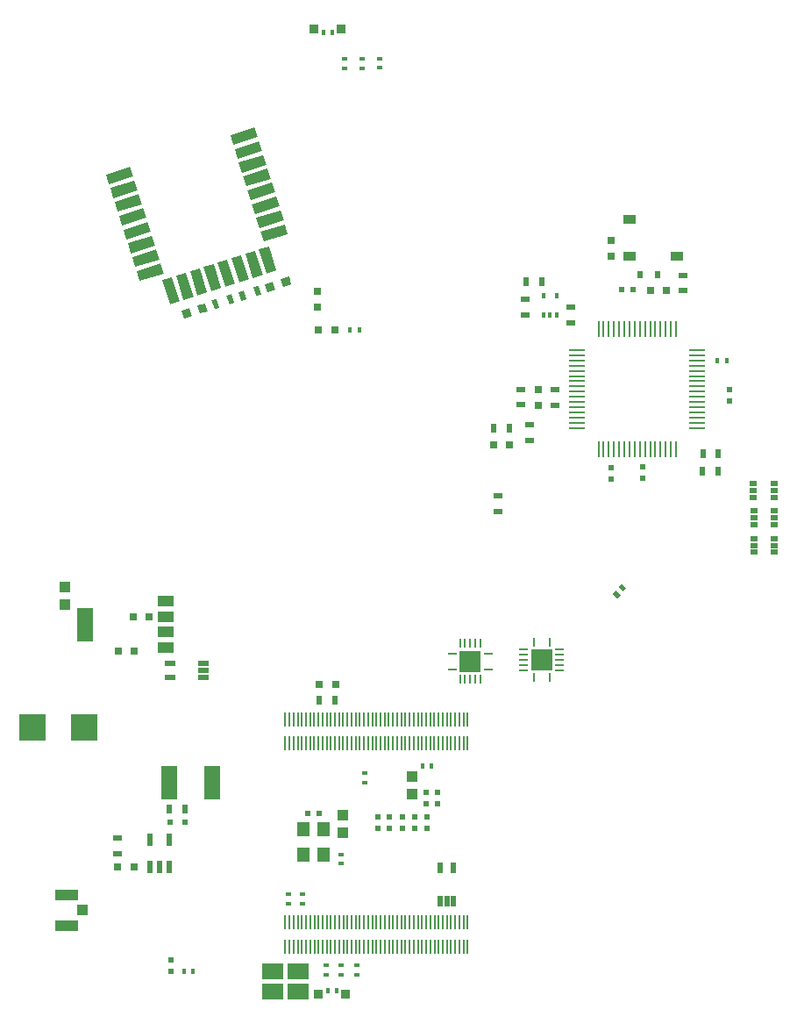
<source format=gbr>
G04 #@! TF.FileFunction,Paste,Top*
%FSLAX46Y46*%
G04 Gerber Fmt 4.6, Leading zero omitted, Abs format (unit mm)*
G04 Created by KiCad (PCBNEW 4.0.4-stable) date 02/27/17 08:30:15*
%MOMM*%
%LPD*%
G01*
G04 APERTURE LIST*
%ADD10C,0.100000*%
%ADD11R,0.800100X0.500380*%
%ADD12R,0.900000X0.500000*%
%ADD13R,1.498600X0.279400*%
%ADD14R,0.279400X1.498600*%
%ADD15R,0.500000X0.900000*%
%ADD16R,0.500000X1.000000*%
%ADD17R,0.850000X0.280000*%
%ADD18R,0.280000X0.850000*%
%ADD19R,2.050000X2.050000*%
%ADD20R,1.200000X1.400000*%
%ADD21R,0.600000X0.400000*%
%ADD22R,0.600000X0.500000*%
%ADD23R,0.800000X0.750000*%
%ADD24R,0.750000X0.800000*%
%ADD25R,0.800000X0.800000*%
%ADD26R,0.600000X0.550000*%
%ADD27R,1.500000X3.200000*%
%ADD28R,1.500000X1.000000*%
%ADD29R,1.500000X3.300000*%
%ADD30R,0.548640X1.198880*%
%ADD31R,0.420000X0.600000*%
%ADD32R,0.600000X0.800000*%
%ADD33R,1.200000X0.900000*%
%ADD34R,0.998220X1.099820*%
%ADD35R,0.200000X1.440000*%
%ADD36R,1.000000X0.500000*%
%ADD37R,0.500000X0.600000*%
%ADD38R,0.400000X0.600000*%
%ADD39R,2.200000X1.050000*%
%ADD40R,1.050000X1.000000*%
%ADD41R,0.850000X0.900000*%
%ADD42R,0.450000X0.500000*%
%ADD43R,2.550000X2.500000*%
%ADD44R,2.040000X1.540000*%
G04 APERTURE END LIST*
D10*
D11*
X189749240Y-104949760D03*
X191750760Y-105600000D03*
X189749240Y-106250240D03*
X189749240Y-105600000D03*
X191750760Y-106250240D03*
X191750760Y-104949760D03*
D10*
G36*
X142441767Y-78974849D02*
X142141061Y-78021132D01*
X144477667Y-77284403D01*
X144778373Y-78238120D01*
X142441767Y-78974849D01*
X142441767Y-78974849D01*
G37*
G36*
X133364481Y-85003464D02*
X132627752Y-82666858D01*
X133581469Y-82366152D01*
X134318198Y-84702758D01*
X133364481Y-85003464D01*
X133364481Y-85003464D01*
G37*
G36*
X127487554Y-73414309D02*
X127186848Y-72460592D01*
X129523454Y-71723863D01*
X129824160Y-72677580D01*
X127487554Y-73414309D01*
X127487554Y-73414309D01*
G37*
G36*
X127908542Y-74749513D02*
X127607836Y-73795796D01*
X129944442Y-73059067D01*
X130245148Y-74012784D01*
X127908542Y-74749513D01*
X127908542Y-74749513D01*
G37*
G36*
X128329530Y-76084716D02*
X128028824Y-75130999D01*
X130365430Y-74394270D01*
X130666136Y-75347987D01*
X128329530Y-76084716D01*
X128329530Y-76084716D01*
G37*
G36*
X128750518Y-77419920D02*
X128449812Y-76466203D01*
X130786418Y-75729474D01*
X131087124Y-76683191D01*
X128750518Y-77419920D01*
X128750518Y-77419920D01*
G37*
G36*
X129171506Y-78755124D02*
X128870800Y-77801407D01*
X131207406Y-77064678D01*
X131508112Y-78018395D01*
X129171506Y-78755124D01*
X129171506Y-78755124D01*
G37*
G36*
X129592494Y-80090327D02*
X129291788Y-79136610D01*
X131628394Y-78399881D01*
X131929100Y-79353598D01*
X129592494Y-80090327D01*
X129592494Y-80090327D01*
G37*
G36*
X130013482Y-81425531D02*
X129712776Y-80471814D01*
X132049382Y-79735085D01*
X132350088Y-80688802D01*
X130013482Y-81425531D01*
X130013482Y-81425531D01*
G37*
G36*
X130434470Y-82760735D02*
X130133764Y-81807018D01*
X132470370Y-81070289D01*
X132771076Y-82024006D01*
X130434470Y-82760735D01*
X130434470Y-82760735D01*
G37*
G36*
X134699685Y-84582476D02*
X133962956Y-82245870D01*
X134916673Y-81945164D01*
X135653402Y-84281770D01*
X134699685Y-84582476D01*
X134699685Y-84582476D01*
G37*
G36*
X136034889Y-84161488D02*
X135298160Y-81824882D01*
X136251877Y-81524176D01*
X136988606Y-83860782D01*
X136034889Y-84161488D01*
X136034889Y-84161488D01*
G37*
G36*
X137370093Y-83740499D02*
X136633364Y-81403893D01*
X137587081Y-81103187D01*
X138323810Y-83439793D01*
X137370093Y-83740499D01*
X137370093Y-83740499D01*
G37*
G36*
X138705296Y-83319511D02*
X137968567Y-80982905D01*
X138922284Y-80682199D01*
X139659013Y-83018805D01*
X138705296Y-83319511D01*
X138705296Y-83319511D01*
G37*
G36*
X140040500Y-82898523D02*
X139303771Y-80561917D01*
X140257488Y-80261211D01*
X140994217Y-82597817D01*
X140040500Y-82898523D01*
X140040500Y-82898523D01*
G37*
G36*
X141375704Y-82477535D02*
X140638975Y-80140929D01*
X141592692Y-79840223D01*
X142329421Y-82176829D01*
X141375704Y-82477535D01*
X141375704Y-82477535D01*
G37*
G36*
X142710908Y-82056547D02*
X141974179Y-79719941D01*
X142927896Y-79419235D01*
X143664625Y-81755841D01*
X142710908Y-82056547D01*
X142710908Y-82056547D01*
G37*
G36*
X142020779Y-77639645D02*
X141720073Y-76685928D01*
X144056679Y-75949199D01*
X144357385Y-76902916D01*
X142020779Y-77639645D01*
X142020779Y-77639645D01*
G37*
G36*
X141599791Y-76304441D02*
X141299085Y-75350724D01*
X143635691Y-74613995D01*
X143936397Y-75567712D01*
X141599791Y-76304441D01*
X141599791Y-76304441D01*
G37*
G36*
X141178803Y-74969238D02*
X140878097Y-74015521D01*
X143214703Y-73278792D01*
X143515409Y-74232509D01*
X141178803Y-74969238D01*
X141178803Y-74969238D01*
G37*
G36*
X140757814Y-73634034D02*
X140457108Y-72680317D01*
X142793714Y-71943588D01*
X143094420Y-72897305D01*
X140757814Y-73634034D01*
X140757814Y-73634034D01*
G37*
G36*
X140336826Y-72298830D02*
X140036120Y-71345113D01*
X142372726Y-70608384D01*
X142673432Y-71562101D01*
X140336826Y-72298830D01*
X140336826Y-72298830D01*
G37*
G36*
X139915838Y-70963627D02*
X139615132Y-70009910D01*
X141951738Y-69273181D01*
X142252444Y-70226898D01*
X139915838Y-70963627D01*
X139915838Y-70963627D01*
G37*
G36*
X139494850Y-69628423D02*
X139194144Y-68674706D01*
X141530750Y-67937977D01*
X141831456Y-68891694D01*
X139494850Y-69628423D01*
X139494850Y-69628423D01*
G37*
G36*
X137680312Y-85490549D02*
X137409677Y-84632204D01*
X137886536Y-84481851D01*
X138157171Y-85340196D01*
X137680312Y-85490549D01*
X137680312Y-85490549D01*
G37*
G36*
X139110888Y-85039491D02*
X138840253Y-84181146D01*
X139317112Y-84030793D01*
X139587747Y-84889138D01*
X139110888Y-85039491D01*
X139110888Y-85039491D01*
G37*
D12*
X182925000Y-83700000D03*
X182925000Y-82200000D03*
D13*
X172702220Y-89433400D03*
X172702220Y-89933780D03*
X172702220Y-90434160D03*
X172702220Y-90934540D03*
X172702220Y-91434920D03*
X172702220Y-91932760D03*
X172702220Y-92433140D03*
X172702220Y-92933520D03*
X172702220Y-93431360D03*
X172702220Y-93931740D03*
X172702220Y-94432120D03*
X172702220Y-94929960D03*
X172702220Y-95430340D03*
X172702220Y-95930720D03*
X172702220Y-96431100D03*
X172702220Y-96931480D03*
D14*
X174752000Y-98981260D03*
X175252380Y-98981260D03*
X175752760Y-98981260D03*
X176253140Y-98981260D03*
X176753520Y-98981260D03*
X177251360Y-98981260D03*
X177751740Y-98981260D03*
X178252120Y-98981260D03*
X178749960Y-98981260D03*
X179250340Y-98981260D03*
X179750720Y-98981260D03*
X180248560Y-98981260D03*
X180748940Y-98981260D03*
X181249320Y-98981260D03*
X181749700Y-98981260D03*
X182250080Y-98981260D03*
D13*
X184299860Y-96931480D03*
X184299860Y-96431100D03*
X184299860Y-95930720D03*
X184299860Y-95430340D03*
X184299860Y-94929960D03*
X184299860Y-94432120D03*
X184299860Y-93931740D03*
X184299860Y-93431360D03*
X184299860Y-92933520D03*
X184299860Y-92433140D03*
X184299860Y-91932760D03*
X184299860Y-91434920D03*
X184299860Y-90934540D03*
X184299860Y-90434160D03*
X184299860Y-89933780D03*
X184299860Y-89433400D03*
D14*
X182250080Y-87383620D03*
X181749700Y-87383620D03*
X181249320Y-87383620D03*
X180748940Y-87383620D03*
X180248560Y-87383620D03*
X179750720Y-87383620D03*
X179250340Y-87383620D03*
X178749960Y-87383620D03*
X178252120Y-87383620D03*
X177751740Y-87383620D03*
X177251360Y-87383620D03*
X176753520Y-87383620D03*
X176253140Y-87383620D03*
X175752760Y-87383620D03*
X175252380Y-87383620D03*
X174752000Y-87383620D03*
D15*
X167775000Y-82850000D03*
X169275000Y-82850000D03*
D16*
X159475000Y-142600000D03*
X160125000Y-142600000D03*
X160775000Y-142600000D03*
X159475000Y-139400000D03*
X160775000Y-139400000D03*
D17*
X164099200Y-118709600D03*
D18*
X163374200Y-117734600D03*
X162874200Y-117734600D03*
X162374200Y-117734600D03*
X161874200Y-117734600D03*
X161374200Y-117734600D03*
D17*
X160649200Y-118709600D03*
X160649200Y-120209600D03*
X164099200Y-120209600D03*
D18*
X161374200Y-121184600D03*
X161874200Y-121184600D03*
X162374200Y-121184600D03*
X162874200Y-121184600D03*
X163374200Y-121184600D03*
D19*
X162374200Y-119459600D03*
D20*
X146275000Y-135700000D03*
X146275000Y-138100000D03*
X148175000Y-138100000D03*
X148175000Y-135700000D03*
D21*
X149925000Y-138100000D03*
X149925000Y-139000000D03*
D22*
X147800000Y-134150000D03*
X146700000Y-134150000D03*
D21*
X153592600Y-62190900D03*
X153592600Y-61290900D03*
D23*
X129895600Y-118465600D03*
X128395600Y-118465600D03*
X166142800Y-98552000D03*
X164642800Y-98552000D03*
D24*
X168921000Y-93233400D03*
X168921000Y-94733400D03*
D23*
X131368800Y-115163600D03*
X129868800Y-115163600D03*
D25*
X129926080Y-139308840D03*
X128326080Y-139308840D03*
D26*
X133407960Y-135021320D03*
X134807960Y-135021320D03*
D27*
X137495280Y-131201160D03*
X133295280Y-131201160D03*
D12*
X128320800Y-136531920D03*
X128320800Y-138031920D03*
X168097200Y-98145600D03*
X168097200Y-96645600D03*
D15*
X166166800Y-96926400D03*
X164666800Y-96926400D03*
D12*
X170550000Y-93225000D03*
X170550000Y-94725000D03*
X167295400Y-93221400D03*
X167295400Y-94721400D03*
D15*
X134819520Y-133751320D03*
X133319520Y-133751320D03*
D12*
X172100000Y-85325000D03*
X172100000Y-86825000D03*
X167675000Y-86050000D03*
X167675000Y-84550000D03*
X165049200Y-103491600D03*
X165049200Y-104991600D03*
D28*
X132975000Y-118150000D03*
X132975000Y-116650000D03*
X132975000Y-115150000D03*
X132975000Y-113650000D03*
D29*
X125175000Y-115900000D03*
D30*
X131429760Y-139273280D03*
X132379720Y-139273280D03*
X133329680Y-139273280D03*
X133329680Y-136677400D03*
X131429760Y-136677400D03*
D31*
X169425000Y-86075000D03*
X170725000Y-86075000D03*
X169425000Y-84175000D03*
X170075000Y-86075000D03*
X170725000Y-84175000D03*
D32*
X180492400Y-82135980D03*
X178792400Y-82135980D03*
D11*
X191714360Y-103621040D03*
X189712840Y-102970800D03*
X191714360Y-102320560D03*
X191714360Y-102970800D03*
X189712840Y-102320560D03*
X189712840Y-103621040D03*
D24*
X176006760Y-80343440D03*
X176006760Y-78843440D03*
X147625000Y-83750000D03*
X147625000Y-85250000D03*
D23*
X179825000Y-83667600D03*
X181325000Y-83667600D03*
D10*
G36*
X142815048Y-83812299D02*
X142574483Y-83049326D01*
X143337456Y-82808761D01*
X143578021Y-83571734D01*
X142815048Y-83812299D01*
X142815048Y-83812299D01*
G37*
G36*
X144340996Y-83331169D02*
X144100431Y-82568196D01*
X144863404Y-82327631D01*
X145103969Y-83090604D01*
X144340996Y-83331169D01*
X144340996Y-83331169D01*
G37*
G36*
X136786204Y-84906466D02*
X137026769Y-85669439D01*
X136263796Y-85910004D01*
X136023231Y-85147031D01*
X136786204Y-84906466D01*
X136786204Y-84906466D01*
G37*
G36*
X135260256Y-85387596D02*
X135500821Y-86150569D01*
X134737848Y-86391134D01*
X134497283Y-85628161D01*
X135260256Y-85387596D01*
X135260256Y-85387596D01*
G37*
D33*
X177754280Y-80355440D03*
X182354280Y-80355440D03*
X177754280Y-76855440D03*
D10*
G36*
X141911312Y-83214051D02*
X142181947Y-84072396D01*
X141705088Y-84222749D01*
X141434453Y-83364404D01*
X141911312Y-83214051D01*
X141911312Y-83214051D01*
G37*
G36*
X140480736Y-83665109D02*
X140751371Y-84523454D01*
X140274512Y-84673807D01*
X140003877Y-83815462D01*
X140480736Y-83665109D01*
X140480736Y-83665109D01*
G37*
D15*
X186334400Y-99415600D03*
X184834400Y-99415600D03*
X186322400Y-101142800D03*
X184822400Y-101142800D03*
D34*
X156748400Y-132310360D03*
X156748400Y-130613640D03*
X150075000Y-134328280D03*
X150075000Y-136025000D03*
D10*
G36*
X176987544Y-111982915D02*
X177447171Y-112368587D01*
X177190056Y-112675005D01*
X176730429Y-112289333D01*
X176987544Y-111982915D01*
X176987544Y-111982915D01*
G37*
G36*
X176409036Y-112672355D02*
X176868663Y-113058027D01*
X176611548Y-113364445D01*
X176151921Y-112978773D01*
X176409036Y-112672355D01*
X176409036Y-112672355D01*
G37*
D25*
X147739200Y-87477600D03*
X149339200Y-87477600D03*
D18*
X168515600Y-117604200D03*
D17*
X167540600Y-118329200D03*
X167540600Y-118829200D03*
X167540600Y-119329200D03*
X167540600Y-119829200D03*
X167540600Y-120329200D03*
D18*
X168515600Y-121054200D03*
X170015600Y-121054200D03*
X170015600Y-117604200D03*
D17*
X170990600Y-120329200D03*
X170990600Y-119829200D03*
X170990600Y-119329200D03*
X170990600Y-118829200D03*
X170990600Y-118329200D03*
D19*
X169265600Y-119329200D03*
D11*
X191750760Y-108925240D03*
X189749240Y-108275000D03*
X191750760Y-107624760D03*
X191750760Y-108275000D03*
X189749240Y-107624760D03*
X189749240Y-108925240D03*
D25*
X147775000Y-121675000D03*
X149375000Y-121675000D03*
D15*
X149300000Y-123225000D03*
X147800000Y-123225000D03*
D35*
X162119200Y-147015200D03*
X162119200Y-144675200D03*
X161719200Y-147015200D03*
X161719200Y-144675200D03*
X161319200Y-147015200D03*
X161319200Y-144675200D03*
X160919200Y-147015200D03*
X160919200Y-144675200D03*
X160519200Y-147015200D03*
X160519200Y-144675200D03*
X160119200Y-147015200D03*
X160119200Y-144675200D03*
X159719200Y-147015200D03*
X159719200Y-144675200D03*
X159319200Y-147015200D03*
X159319200Y-144675200D03*
X158919200Y-147015200D03*
X158919200Y-144675200D03*
X158519200Y-147015200D03*
X158519200Y-144675200D03*
X158119200Y-147015200D03*
X158119200Y-144675200D03*
X157719200Y-147015200D03*
X157719200Y-144675200D03*
X157319200Y-147015200D03*
X157319200Y-144675200D03*
X156919200Y-147015200D03*
X156919200Y-144675200D03*
X156519200Y-147015200D03*
X156519200Y-144675200D03*
X156119200Y-147015200D03*
X156119200Y-144675200D03*
X155719200Y-147015200D03*
X155719200Y-144675200D03*
X155319200Y-147015200D03*
X155319200Y-144675200D03*
X154919200Y-147015200D03*
X154919200Y-144675200D03*
X154519200Y-147015200D03*
X154519200Y-144675200D03*
X154119200Y-147015200D03*
X154119200Y-144675200D03*
X153719200Y-147015200D03*
X153719200Y-144675200D03*
X153319200Y-147015200D03*
X153319200Y-144675200D03*
X152919200Y-147015200D03*
X152919200Y-144675200D03*
X152519200Y-147015200D03*
X152519200Y-144675200D03*
X152119200Y-147015200D03*
X152119200Y-144675200D03*
X151719200Y-147015200D03*
X151719200Y-144675200D03*
X151319200Y-147015200D03*
X151319200Y-144675200D03*
X150919200Y-147015200D03*
X150919200Y-144675200D03*
X150519200Y-147015200D03*
X150519200Y-144675200D03*
X150119200Y-147015200D03*
X150119200Y-144675200D03*
X149719200Y-147015200D03*
X149719200Y-144675200D03*
X149319200Y-147015200D03*
X149319200Y-144675200D03*
X148919200Y-147015200D03*
X148919200Y-144675200D03*
X148519200Y-147015200D03*
X148519200Y-144675200D03*
X148119200Y-147015200D03*
X148119200Y-144675200D03*
X147719200Y-147015200D03*
X147719200Y-144675200D03*
X147319200Y-147015200D03*
X147319200Y-144675200D03*
X146919200Y-147015200D03*
X146919200Y-144675200D03*
X146519200Y-147015200D03*
X146519200Y-144675200D03*
X146119200Y-147015200D03*
X146119200Y-144675200D03*
X145719200Y-147015200D03*
X145719200Y-144675200D03*
X145319200Y-147015200D03*
X145319200Y-144675200D03*
X144919200Y-147015200D03*
X144919200Y-144675200D03*
X144519200Y-147015200D03*
X144519200Y-144675200D03*
D36*
X136621520Y-120985040D03*
X136621520Y-120335040D03*
X136621520Y-119685040D03*
X133421520Y-120985040D03*
X133421520Y-119685040D03*
D37*
X133502400Y-149402800D03*
X133502400Y-148302800D03*
D38*
X134728800Y-149402800D03*
X135628800Y-149402800D03*
D39*
X123400000Y-144950000D03*
X123400000Y-142000000D03*
D40*
X124925000Y-143475000D03*
D41*
X150350000Y-151600000D03*
X147700000Y-151600000D03*
D42*
X149450000Y-151250000D03*
X148600000Y-151250000D03*
D41*
X147275000Y-58450000D03*
X149925000Y-58450000D03*
D42*
X148175000Y-58800000D03*
X149025000Y-58800000D03*
D35*
X144512142Y-125040000D03*
X144512142Y-127380000D03*
X144912142Y-125040000D03*
X144912142Y-127380000D03*
X145312142Y-125040000D03*
X145312142Y-127380000D03*
X145712142Y-125040000D03*
X145712142Y-127380000D03*
X146112142Y-125040000D03*
X146112142Y-127380000D03*
X146512142Y-125040000D03*
X146512142Y-127380000D03*
X146912142Y-125040000D03*
X146912142Y-127380000D03*
X147312142Y-125040000D03*
X147312142Y-127380000D03*
X147712142Y-125040000D03*
X147712142Y-127380000D03*
X148112142Y-125040000D03*
X148112142Y-127380000D03*
X148512142Y-125040000D03*
X148512142Y-127380000D03*
X148912142Y-125040000D03*
X148912142Y-127380000D03*
X149312142Y-125040000D03*
X149312142Y-127380000D03*
X149712142Y-125040000D03*
X149712142Y-127380000D03*
X150112142Y-125040000D03*
X150112142Y-127380000D03*
X150512142Y-125040000D03*
X150512142Y-127380000D03*
X150912142Y-125040000D03*
X150912142Y-127380000D03*
X151312142Y-125040000D03*
X151312142Y-127380000D03*
X151712142Y-125040000D03*
X151712142Y-127380000D03*
X152112142Y-125040000D03*
X152112142Y-127380000D03*
X152512142Y-125040000D03*
X152512142Y-127380000D03*
X152912142Y-125040000D03*
X152912142Y-127380000D03*
X153312142Y-125040000D03*
X153312142Y-127380000D03*
X153712142Y-125040000D03*
X153712142Y-127380000D03*
X154112142Y-125040000D03*
X154112142Y-127380000D03*
X154512142Y-125040000D03*
X154512142Y-127380000D03*
X154912142Y-125040000D03*
X154912142Y-127380000D03*
X155312142Y-125040000D03*
X155312142Y-127380000D03*
X155712142Y-125040000D03*
X155712142Y-127380000D03*
X156112142Y-125040000D03*
X156112142Y-127380000D03*
X156512142Y-125040000D03*
X156512142Y-127380000D03*
X156912142Y-125040000D03*
X156912142Y-127380000D03*
X157312142Y-125040000D03*
X157312142Y-127380000D03*
X157712142Y-125040000D03*
X157712142Y-127380000D03*
X158112142Y-125040000D03*
X158112142Y-127380000D03*
X158512142Y-125040000D03*
X158512142Y-127380000D03*
X158912142Y-125040000D03*
X158912142Y-127380000D03*
X159312142Y-125040000D03*
X159312142Y-127380000D03*
X159712142Y-125040000D03*
X159712142Y-127380000D03*
X160112142Y-125040000D03*
X160112142Y-127380000D03*
X160512142Y-125040000D03*
X160512142Y-127380000D03*
X160912142Y-125040000D03*
X160912142Y-127380000D03*
X161312142Y-125040000D03*
X161312142Y-127380000D03*
X161712142Y-125040000D03*
X161712142Y-127380000D03*
X162112142Y-125040000D03*
X162112142Y-127380000D03*
D43*
X125125000Y-125875000D03*
X120075000Y-125875000D03*
D21*
X151425000Y-148825000D03*
X151425000Y-149725000D03*
X148425000Y-148825000D03*
X148425000Y-149725000D03*
X149925000Y-148825000D03*
X149925000Y-149725000D03*
X150217600Y-62215900D03*
X150217600Y-61315900D03*
X151892600Y-62215900D03*
X151892600Y-61315900D03*
D38*
X151674400Y-87477600D03*
X150774400Y-87477600D03*
D37*
X179019200Y-100694400D03*
X179019200Y-101794400D03*
X187416440Y-93207660D03*
X187416440Y-94307660D03*
D22*
X176999720Y-83619340D03*
X178099720Y-83619340D03*
D37*
X175982540Y-100745200D03*
X175982540Y-101845200D03*
D21*
X146151964Y-142852200D03*
X146151964Y-141952200D03*
X144781564Y-141950000D03*
X144781564Y-142850000D03*
X152175000Y-131150000D03*
X152175000Y-130250000D03*
D34*
X123225000Y-113946720D03*
X123225000Y-112250000D03*
D38*
X187125000Y-90424000D03*
X186225000Y-90424000D03*
X158634000Y-129540000D03*
X157734000Y-129540000D03*
D22*
X158123400Y-133237000D03*
X159223400Y-133237000D03*
D37*
X157023400Y-134437000D03*
X157023400Y-135537000D03*
D22*
X158123400Y-132087000D03*
X159223400Y-132087000D03*
D37*
X158198400Y-134437000D03*
X158198400Y-135537000D03*
X154598400Y-134437000D03*
X154598400Y-135537000D03*
X153423400Y-134437000D03*
X153423400Y-135537000D03*
X155848400Y-134437000D03*
X155848400Y-135537000D03*
D44*
X143305200Y-149402800D03*
X143305200Y-151332800D03*
X145745200Y-151332800D03*
X145745200Y-149402800D03*
M02*

</source>
